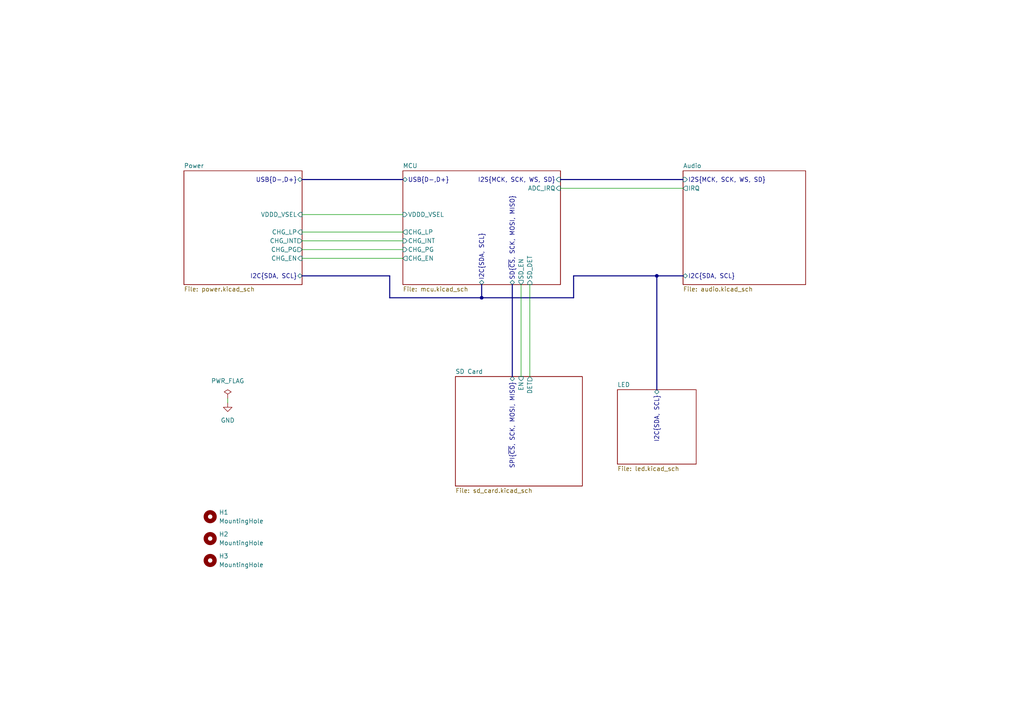
<source format=kicad_sch>
(kicad_sch (version 20231120) (generator "eeschema") (generator_version "8.0")
  (paper "A4")
  (lib_symbols
    (symbol "Mechanical:MountingHole" (pin_names (offset 1.016)) (exclude_from_sim yes) (in_bom no)
      (property "Reference" "H" (at 0 5.08 0))
      (property "Value" "MountingHole" (at 0 3.175 0))
      (symbol "MountingHole_0_1"
        (circle (center 0 0) (radius 1.27) (stroke (width 1.27)))
      )
    )
    (symbol "power:GND" (power) (pin_numbers hide) (pin_names (offset 0) hide)
      (property "Value" "GND" (at 0 -3.81 0))
      (symbol "GND_0_1"
        (polyline (pts (xy 0 0) (xy 0 -1.27) (xy 1.27 -1.27) (xy 0 -2.54) (xy -1.27 -1.27) (xy 0 -1.27)))
      )
      (symbol "GND_1_1"
        (pin power_in line (at 0 0 270) (length 0) (name "~") (number "1"))
      )
    )
    (symbol "power:PWR_FLAG" (power) (pin_numbers hide) (pin_names (offset 0) hide)
      (property "Value" "PWR_FLAG" (at 0 3.81 0))
      (symbol "PWR_FLAG_0_0"
        (pin power_out line (at 0 0 90) (length 0) (name "~") (number "1"))
      )
      (symbol "PWR_FLAG_0_1"
        (polyline (pts (xy 0 0) (xy 0 1.27) (xy -1.016 1.905) (xy 0 2.54) (xy 1.016 1.905) (xy 0 1.27)))
      )
    )
  )
  (junction (at 139.7 86.36))
  (junction (at 190.5 80.01))
  (wire (pts (xy 66.04 116.84) (xy 66.04 115.57)))
  (bus (pts (xy 113.03 86.36) (xy 113.03 80.01)))
  (bus (pts (xy 139.7 82.55) (xy 139.7 86.36)))
  (wire (pts (xy 87.63 62.23) (xy 116.84 62.23)))
  (bus (pts (xy 139.7 86.36) (xy 113.03 86.36)))
  (bus (pts (xy 139.7 86.36) (xy 166.37 86.36)))
  (wire (pts (xy 87.63 74.93) (xy 116.84 74.93)))
  (wire (pts (xy 151.13 82.55) (xy 151.13 109.22)))
  (bus (pts (xy 190.5 80.01) (xy 190.5 113.03)))
  (bus (pts (xy 148.59 82.55) (xy 148.59 109.22)))
  (wire (pts (xy 87.63 67.31) (xy 116.84 67.31)))
  (wire (pts (xy 87.63 72.39) (xy 116.84 72.39)))
  (wire (pts (xy 153.67 82.55) (xy 153.67 109.22)))
  (wire (pts (xy 87.63 69.85) (xy 116.84 69.85)))
  (bus (pts (xy 162.56 52.07) (xy 198.12 52.07)))
  (wire (pts (xy 162.56 54.61) (xy 198.12 54.61)))
  (bus (pts (xy 190.5 80.01) (xy 198.12 80.01)))
  (bus (pts (xy 113.03 80.01) (xy 87.63 80.01)))
  (bus (pts (xy 166.37 80.01) (xy 190.5 80.01)))
  (bus (pts (xy 87.63 52.07) (xy 116.84 52.07)))
  (bus (pts (xy 166.37 86.36) (xy 166.37 80.01)))
  (symbol (lib_id "Mechanical:MountingHole") (at 60.96 149.86 0) (unit 1) (exclude_from_sim yes) (in_bom no)
    (property "Reference" "H1" (at 63.5 148.5899 0) (effects (justify left)))
    (property "Value" "MountingHole" (at 63.5 151.1299 0) (effects (justify left)))
    (property "Footprint" "MountingHole:MountingHole_2.2mm_M2" (effects (hide yes)))
    (property "Description" "Mounting Hole without connection" (effects (hide yes)))
  )
  (symbol (lib_id "Mechanical:MountingHole") (at 60.96 162.56 0) (unit 1) (exclude_from_sim yes) (in_bom no)
    (property "Reference" "H3" (at 63.5 161.2899 0) (effects (justify left)))
    (property "Value" "MountingHole" (at 63.5 163.8299 0) (effects (justify left)))
    (property "Footprint" "MountingHole:MountingHole_2.2mm_M2" (effects (hide yes)))
    (property "Description" "Mounting Hole without connection" (effects (hide yes)))
  )
  (symbol (lib_id "power:PWR_FLAG") (at 66.04 115.57 0) (unit 1)
    (property "Reference" "#FLG04" (effects (hide yes)))
    (property "Value" "PWR_FLAG" (at 66.04 110.49 0))
    (property "Description" "Special symbol for telling ERC where power comes from" (effects (hide yes)))
  )
  (symbol (lib_id "power:GND") (at 66.04 116.84 0) (unit 1)
    (property "Reference" "#PWR016" (effects (hide yes)))
    (property "Value" "GND" (at 66.04 121.92 0))
    (property "Description" "Power symbol creates a global label with name \"GND\" , ground" (effects (hide yes)))
  )
  (symbol (lib_id "Mechanical:MountingHole") (at 60.96 156.21 0) (unit 1) (exclude_from_sim yes) (in_bom no)
    (property "Reference" "H2" (at 63.5 154.9399 0) (effects (justify left)))
    (property "Value" "MountingHole" (at 63.5 157.4799 0) (effects (justify left)))
    (property "Footprint" "MountingHole:MountingHole_2.2mm_M2" (effects (hide yes)))
    (property "Description" "Mounting Hole without connection" (effects (hide yes)))
  )
  (sheet (at 53.34 49.53) (size 34.29 33.02) (stroke (width 0.1524))
    (property "Sheetname" "Power" (at 53.34 48.8184 0) (effects (justify left bottom)))
    (property "Sheetfile" "power.kicad_sch" (at 53.34 83.1346 0) (effects (justify left top)))
    (pin "VDDD_VSEL" input (at 87.63 62.23 0))
    (pin "CHG_LP" input (at 87.63 67.31 0))
    (pin "CHG_INT" output (at 87.63 69.85 0))
    (pin "CHG_PG" output (at 87.63 72.39 0))
    (pin "I2C{SDA, SCL}" bidirectional (at 87.63 80.01 0))
    (pin "USB{D-,D+}" bidirectional (at 87.63 52.07 0))
    (pin "CHG_EN" input (at 87.63 74.93 0))
  )
  (sheet (at 198.12 49.53) (size 35.56 33.02) (stroke (width 0.1524))
    (property "Sheetname" "Audio" (at 198.12 48.8184 0) (effects (justify left bottom)))
    (property "Sheetfile" "audio.kicad_sch" (at 198.12 83.1346 0) (effects (justify left top)))
    (pin "I2S{MCK, SCK, WS, SD}" input (at 198.12 52.07 180))
    (pin "I2C{SDA, SCL}" bidirectional (at 198.12 80.01 180))
    (pin "IRQ" output (at 198.12 54.61 180))
  )
  (sheet (at 179.07 113.03) (size 22.86 21.59) (stroke (width 0.1524))
    (property "Sheetname" "LED" (at 179.07 112.3184 0) (effects (justify left bottom)))
    (property "Sheetfile" "led.kicad_sch" (at 179.07 135.2046 0) (effects (justify left top)))
    (pin "I2C{SDA, SCL}" bidirectional (at 190.5 113.03 90))
  )
  (sheet (at 132.08 109.22) (size 36.83 31.75) (stroke (width 0.1524))
    (property "Sheetname" "SD Card" (at 132.08 108.5084 0) (effects (justify left bottom)))
    (property "Sheetfile" "sd_card.kicad_sch" (at 132.08 141.5546 0) (effects (justify left top)))
    (pin "EN" input (at 151.13 109.22 90))
    (pin "SPI{~{CS}, SCK, MOSI, MISO}" bidirectional (at 148.59 109.22 90))
    (pin "DET" output (at 153.67 109.22 90))
  )
  (sheet (at 116.84 49.53) (size 45.72 33.02) (stroke (width 0.1524))
    (property "Sheetname" "MCU" (at 116.84 48.8184 0) (effects (justify left bottom)))
    (property "Sheetfile" "mcu.kicad_sch" (at 116.84 83.1346 0) (effects (justify left top)))
    (pin "I2C{SDA, SCL}" bidirectional (at 139.7 82.55 270))
    (pin "I2S{MCK, SCK, WS, SD}" input (at 162.56 52.07 0))
    (pin "USB{D-,D+}" bidirectional (at 116.84 52.07 180))
    (pin "SD{~{CS}, SCK, MOSI, MISO}" bidirectional (at 148.59 82.55 270))
    (pin "ADC_IRQ" input (at 162.56 54.61 0))
    (pin "SD_DET" input (at 153.67 82.55 270))
    (pin "SD_EN" output (at 151.13 82.55 270))
    (pin "VDDD_VSEL" input (at 116.84 62.23 180))
    (pin "CHG_INT" input (at 116.84 69.85 180))
    (pin "CHG_PG" input (at 116.84 72.39 180))
    (pin "CHG_LP" output (at 116.84 67.31 180))
    (pin "CHG_EN" output (at 116.84 74.93 180))
  )
)
</source>
